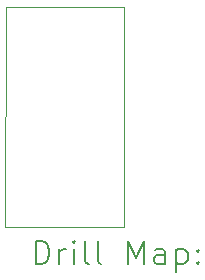
<source format=gbr>
%TF.GenerationSoftware,KiCad,Pcbnew,7.0.8*%
%TF.CreationDate,2024-02-17T11:30:54+00:00*%
%TF.ProjectId,uCoilDriver_I2C,75436f69-6c44-4726-9976-65725f493243,rev?*%
%TF.SameCoordinates,Original*%
%TF.FileFunction,Drillmap*%
%TF.FilePolarity,Positive*%
%FSLAX45Y45*%
G04 Gerber Fmt 4.5, Leading zero omitted, Abs format (unit mm)*
G04 Created by KiCad (PCBNEW 7.0.8) date 2024-02-17 11:30:54*
%MOMM*%
%LPD*%
G01*
G04 APERTURE LIST*
%ADD10C,0.100000*%
%ADD11C,0.200000*%
G04 APERTURE END LIST*
D10*
X7150160Y-10019600D02*
X7150600Y-8159600D01*
X7150600Y-8159600D02*
X8150600Y-8159600D01*
X8150160Y-10019600D02*
X7150160Y-10019600D01*
X8150600Y-8159600D02*
X8150160Y-10019600D01*
D11*
X7405937Y-10336084D02*
X7405937Y-10136084D01*
X7405937Y-10136084D02*
X7453556Y-10136084D01*
X7453556Y-10136084D02*
X7482127Y-10145608D01*
X7482127Y-10145608D02*
X7501175Y-10164655D01*
X7501175Y-10164655D02*
X7510699Y-10183703D01*
X7510699Y-10183703D02*
X7520222Y-10221798D01*
X7520222Y-10221798D02*
X7520222Y-10250370D01*
X7520222Y-10250370D02*
X7510699Y-10288465D01*
X7510699Y-10288465D02*
X7501175Y-10307512D01*
X7501175Y-10307512D02*
X7482127Y-10326560D01*
X7482127Y-10326560D02*
X7453556Y-10336084D01*
X7453556Y-10336084D02*
X7405937Y-10336084D01*
X7605937Y-10336084D02*
X7605937Y-10202750D01*
X7605937Y-10240846D02*
X7615461Y-10221798D01*
X7615461Y-10221798D02*
X7624984Y-10212274D01*
X7624984Y-10212274D02*
X7644032Y-10202750D01*
X7644032Y-10202750D02*
X7663080Y-10202750D01*
X7729746Y-10336084D02*
X7729746Y-10202750D01*
X7729746Y-10136084D02*
X7720222Y-10145608D01*
X7720222Y-10145608D02*
X7729746Y-10155131D01*
X7729746Y-10155131D02*
X7739270Y-10145608D01*
X7739270Y-10145608D02*
X7729746Y-10136084D01*
X7729746Y-10136084D02*
X7729746Y-10155131D01*
X7853556Y-10336084D02*
X7834508Y-10326560D01*
X7834508Y-10326560D02*
X7824984Y-10307512D01*
X7824984Y-10307512D02*
X7824984Y-10136084D01*
X7958318Y-10336084D02*
X7939270Y-10326560D01*
X7939270Y-10326560D02*
X7929746Y-10307512D01*
X7929746Y-10307512D02*
X7929746Y-10136084D01*
X8186889Y-10336084D02*
X8186889Y-10136084D01*
X8186889Y-10136084D02*
X8253556Y-10278941D01*
X8253556Y-10278941D02*
X8320222Y-10136084D01*
X8320222Y-10136084D02*
X8320222Y-10336084D01*
X8501175Y-10336084D02*
X8501175Y-10231322D01*
X8501175Y-10231322D02*
X8491651Y-10212274D01*
X8491651Y-10212274D02*
X8472604Y-10202750D01*
X8472604Y-10202750D02*
X8434508Y-10202750D01*
X8434508Y-10202750D02*
X8415461Y-10212274D01*
X8501175Y-10326560D02*
X8482127Y-10336084D01*
X8482127Y-10336084D02*
X8434508Y-10336084D01*
X8434508Y-10336084D02*
X8415461Y-10326560D01*
X8415461Y-10326560D02*
X8405937Y-10307512D01*
X8405937Y-10307512D02*
X8405937Y-10288465D01*
X8405937Y-10288465D02*
X8415461Y-10269417D01*
X8415461Y-10269417D02*
X8434508Y-10259893D01*
X8434508Y-10259893D02*
X8482127Y-10259893D01*
X8482127Y-10259893D02*
X8501175Y-10250370D01*
X8596413Y-10202750D02*
X8596413Y-10402750D01*
X8596413Y-10212274D02*
X8615461Y-10202750D01*
X8615461Y-10202750D02*
X8653556Y-10202750D01*
X8653556Y-10202750D02*
X8672604Y-10212274D01*
X8672604Y-10212274D02*
X8682127Y-10221798D01*
X8682127Y-10221798D02*
X8691651Y-10240846D01*
X8691651Y-10240846D02*
X8691651Y-10297989D01*
X8691651Y-10297989D02*
X8682127Y-10317036D01*
X8682127Y-10317036D02*
X8672604Y-10326560D01*
X8672604Y-10326560D02*
X8653556Y-10336084D01*
X8653556Y-10336084D02*
X8615461Y-10336084D01*
X8615461Y-10336084D02*
X8596413Y-10326560D01*
X8777365Y-10317036D02*
X8786889Y-10326560D01*
X8786889Y-10326560D02*
X8777365Y-10336084D01*
X8777365Y-10336084D02*
X8767842Y-10326560D01*
X8767842Y-10326560D02*
X8777365Y-10317036D01*
X8777365Y-10317036D02*
X8777365Y-10336084D01*
X8777365Y-10212274D02*
X8786889Y-10221798D01*
X8786889Y-10221798D02*
X8777365Y-10231322D01*
X8777365Y-10231322D02*
X8767842Y-10221798D01*
X8767842Y-10221798D02*
X8777365Y-10212274D01*
X8777365Y-10212274D02*
X8777365Y-10231322D01*
M02*

</source>
